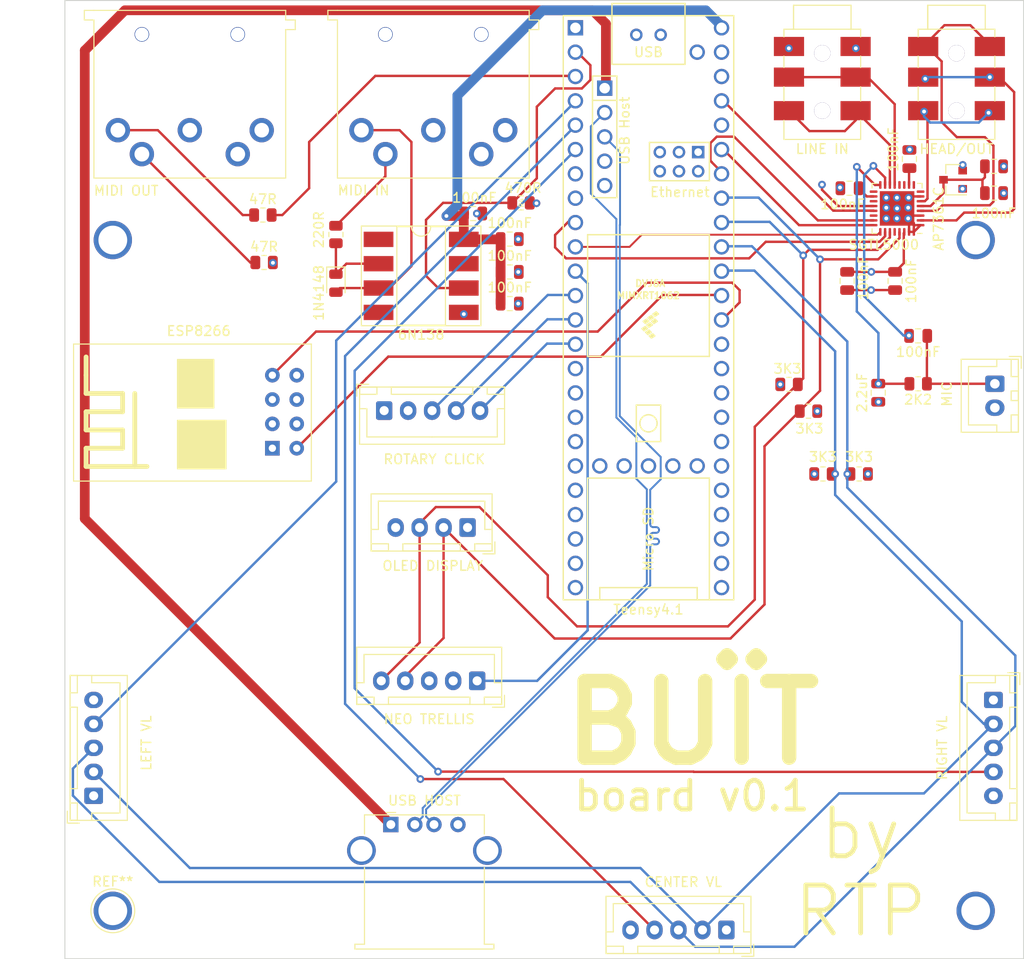
<source format=kicad_pcb>
(kicad_pcb (version 20211014) (generator pcbnew)
  (layers (0 "F.Cu" signal) (1 "In1.Cu" signal) (2 "In2.Cu" signal) (31 "B.Cu" signal) (34 "B.Paste" user) (35 "F.Paste" user) (36 "B.SilkS" user "B.Silkscreen") (37 "F.SilkS" user "F.Silkscreen") (38 "B.Mask" user) (39 "F.Mask" user) (44 "Edge.Cuts" user))
  (net 0 "")
  (net 7 "USB_HOST_N")
  (net 8 "ROT_CLICK_SW")
  (net 9 "ROT_CLICK_DT")
  (net 10 "ROT_CLICK_CLK")
  (net 33 "USB_HOST_P")
  (net 40 "Net-(J2-Pad5)")
  (net 41 "Net-(J2-Pad4)")
  (net 45 "GND")
  (net 46 "VDDA")
  (net 47 "Net-(D1-Pad2)")
  (net 48 "Net-(D1-Pad1)")
  (net 49 "Net-(J1-Pad4)")
  (net 51 "LINE_IN_L")
  (net 52 "LINE_IN_R")
  (net 53 "LINE_OUT_L")
  (net 54 "LINE_OUT_R")
  (net 55 "HP_L")
  (net 56 "HP_GND")
  (net 57 "HP_R")
  (net 58 "+3V3")
  (net 59 "I2C_SDA_3V3")
  (net 60 "I2C_SCL_3V3")
  (net 61 "MIDI_IN")
  (net 66 "I2S_DIN")
  (net 67 "I2S_DOUT")
  (net 68 "I2S_SCLK")
  (net 69 "I2S_LRCLK")
  (net 71 "I2S_MCLK")
  (net 76 "MIDI_OUT")
  (net 77 "USB_HOST_5V")
  (net 78 "SENS_XOUT_LEFT")
  (net 79 "SENS_I2C_SDA")
  (net 80 "SENS_I2C_SCL")
  (net 81 "SENS_XOUT_RIGHT")
  (net 82 "SENS_XOUT_CENTER")
  (net 83 "V_USB")
  (net 88 "ESP8266_UART_RX")
  (net 89 "ESP8266_UART_TX")
  (net 90 "Net-(C8-Pad2)")
  (net 91 "Net-(C9-Pad2)")
  (net 92 "Net-(C10-Pad2)")
  (net 93 "MIC")
  (net 94 "MIC_BIAS")
  (net 95 "TRELLIS_INT_PIN")
  (footprint "teensy:Teensy41" (layer "F.Cu") (at 160.8722 82.0638 -90)
    (fp_text reference "U1" hide)
    (fp_text value "Teensy4.1")
  )
  (footprint "Capacitor_SMD:C_0805_2012Metric" (layer "F.Cu") (at 142.587 72.234)
    (fp_text reference "C1" hide)
    (fp_text value "100nF")
  )
  (footprint "Capacitor_SMD:C_0805_2012Metric" (layer "F.Cu") (at 196.911 70.104)
    (fp_text reference "C2" hide)
    (fp_text value "100nF")
  )
  (footprint "Capacitor_SMD:C_0805_2012Metric" (layer "F.Cu") (at 196.911 67.31)
    (fp_text reference "C3" hide)
    (fp_text value "100nF" hide)
  )
  (footprint "Diode_SMD:D_0805_2012Metric" (layer "F.Cu") (at 128.27 79.502 -90)
    (fp_text reference "D1" hide)
    (fp_text value "1N4148")
  )
  (footprint "MiniJackConnector:MJ4435" (layer "F.Cu") (at 179 53)
    (fp_text reference "J4" hide)
    (fp_text value "LINE IN")
  )
  (footprint "Connector_JST:JST_XH_B4B-XH-A_1x04_P2.50mm_Vertical" (layer "F.Cu") (at 142 105 180)
    (fp_text reference "J11" hide)
    (fp_text value "OLED DISPLAY")
  )
  (footprint "Resistor_SMD:R_0805_2012Metric" (layer "F.Cu") (at 128.27 74.422 90)
    (fp_text reference "R1" hide)
    (fp_text value "220R")
  )
  (footprint "Resistor_SMD:R_0805_2012Metric" (layer "F.Cu") (at 120.65 72.39 180)
    (fp_text reference "R3" hide)
    (fp_text value "47R")
  )
  (footprint "Package_DIP:DIP-8_W8.89mm_SMDSocket_LongPads" (layer "F.Cu") (at 137.16 78.74)
    (fp_text reference "U2" hide)
    (fp_text value "6N138")
  )
  (footprint "Package_DFN_QFN:QFN-32-1EP_5x5mm_P0.5mm_EP3.6x3.6mm" (layer "F.Cu") (at 186.8 71.7 180)
    (fp_text reference "U4" hide)
    (fp_text value "SGTL5000")
  )
  (footprint "Connector_JST:JST_XH_B5B-XH-A_1x05_P2.50mm_Vertical" (layer "F.Cu") (at 103 133 90)
    (fp_text reference "J5" hide)
    (fp_text value "LEFT VL")
  )
  (footprint "Connector_JST:JST_XH_B5B-XH-A_1x05_P2.50mm_Vertical" (layer "F.Cu") (at 169 147 180)
    (fp_text reference "J9" hide)
    (fp_text value "CENTER VL")
  )
  (footprint "Connector_JST:JST_XH_B5B-XH-A_1x05_P2.50mm_Vertical" (layer "F.Cu") (at 143 121 180)
    (fp_text reference "J12" hide)
    (fp_text value "NEO TRELLIS")
  )
  (footprint "esp32s2:DJ005" (layer "F.Cu") (at 113.03 51.035)
    (fp_text reference "J2" hide)
    (fp_text value "MIDI OUT")
  )
  (footprint "Connector_USB:USB_A_Stewart_SS-52100-001_Horizontal" (layer "F.Cu") (at 134 136)
    (fp_text reference "J3" hide)
    (fp_text value "USB HOST")
  )
  (footprint "Package_TO_SOT_SMD:SOT-23" (layer "F.Cu") (at 192.643 68.707 180)
    (fp_text reference "U3" hide)
    (fp_text value "AP7361C")
  )
  (footprint "Capacitor_SMD:C_0805_2012Metric" (layer "F.Cu") (at 186.5956 79.2702 90)
    (fp_text reference "C4" hide)
    (fp_text value "100nF")
  )
  (footprint "Capacitor_SMD:C_0805_2012Metric" (layer "F.Cu") (at 181.5956 79.2702 90)
    (fp_text reference "C7" hide)
    (fp_text value "100nF")
  )
  (footprint "Capacitor_SMD:C_0805_2012Metric" (layer "F.Cu") (at 188.087 66.548 -90)
    (fp_text reference "C8" hide)
    (fp_text value "100nF")
  )
  (footprint "Capacitor_SMD:C_0805_2012Metric" (layer "F.Cu") (at 181.8386 69.596)
    (fp_text reference "C9" hide)
    (fp_text value "100nF")
  )
  (footprint "Capacitor_SMD:C_0805_2012Metric" (layer "F.Cu") (at 184.8358 90.932 -90)
    (fp_text reference "C11" hide)
    (fp_text value "2.2uF")
  )
  (footprint "Connector_JST:JST_XH_B2B-XH-A_1x02_P2.50mm_Vertical" (layer "F.Cu") (at 197 90 -90)
    (fp_text reference "J8" hide)
    (fp_text value "MIC")
  )
  (footprint "Resistor_SMD:R_0805_2012Metric" (layer "F.Cu") (at 189 90)
    (fp_text reference "R14" hide)
    (fp_text value "2K2")
  )
  (footprint "esp32s2:DJ005" (layer "F.Cu") (at 138.43 51.035)
    (fp_text reference "J1" hide)
    (fp_text value "MIDI IN")
  )
  (footprint "Connector_JST:JST_XH_B5B-XH-A_1x05_P2.50mm_Vertical" (layer "F.Cu") (at 196.85 123 -90)
    (fp_text reference "J7" hide)
    (fp_text value "RIGHT VL")
  )
  (footprint "Resistor_SMD:R_0805_2012Metric" (layer "F.Cu") (at 147.574 71.12 180)
    (fp_text reference "R4" hide)
    (fp_text value "470R")
  )
  (footprint "ESP32-Footprints:ESP82SerialTransceiver" (layer "F.Cu") (at 125.705 100.155 90)
    (fp_text reference "U6" hide)
    (fp_text value "ESP8266")
  )
  (footprint "MiniJackConnector:MJ4435" (layer "F.Cu") (at 193 53)
    (fp_text reference "J6" hide)
    (fp_text value "HEAD/OUT")
  )
  (footprint "Capacitor_SMD:C_0805_2012Metric" (layer "F.Cu") (at 189 85)
    (fp_text reference "C10" hide)
    (fp_text value "100nF")
  )
  (footprint "Resistor_SMD:R_0805_2012Metric" (layer "F.Cu") (at 120.777 77.343 180)
    (fp_text reference "R2" hide)
    (fp_text value "47R")
  )
  (footprint "Capacitor_SMD:C_0805_2012Metric" (layer "F.Cu") (at 146.397 74.901 180)
    (fp_text reference "C6" hide)
    (fp_text value "100nF")
  )
  (footprint "Resistor_SMD:R_0805_2012Metric" (layer "F.Cu") (at 175.5327 90.0648)
    (fp_text reference "R6" hide)
    (fp_text value "3K3")
  )
  (footprint "Capacitor_SMD:C_0805_2012Metric" (layer "F.Cu") (at 146.397 78.33 180)
    (fp_text reference "C12" hide)
    (fp_text value "100nF")
  )
  (footprint "" (layer "F.Cu") (at 105 75)
    (fp_text reference "")
    (fp_text value "")
  )
  (footprint "" (layer "F.Cu") (at 195 145)
    (fp_text reference "")
    (fp_text value "")
  )
  (footprint "Resistor_SMD:R_0805_2012Metric" (layer "F.Cu") (at 182.846 99.412 180)
    (fp_text reference "R8" hide)
    (fp_text value "3K3")
  )
  (footprint "Capacitor_SMD:C_0805_2012Metric" (layer "F.Cu") (at 146.397 81.632 180)
    (fp_text reference "C5" hide)
    (fp_text value "100nF")
  )
  (footprint "Resistor_SMD:R_0805_2012Metric" (layer "F.Cu") (at 179.07 99.412)
    (fp_text reference "R7" hide)
    (fp_text value "3K3")
  )
  (footprint "" (layer "F.Cu") (at 195 75)
    (fp_text reference "")
    (fp_text value "")
  )
  (footprint "TestPoint:TestPoint_Plated_Hole_D3.0mm" (layer "F.Cu") (at 105 145)
    (fp_text reference "REF**")
    (fp_text value "TestPoint_Plated_Hole_D3.0mm")
  )
  (footprint "Connector_JST:JST_XH_B5B-XH-A_1x05_P2.50mm_Vertical" (layer "F.Cu") (at 133.3 92.8)
    (fp_text reference "J10" hide)
    (fp_text value "ROTARY CLICK")
  )
  (footprint "Resistor_SMD:R_0805_2012Metric" (layer "F.Cu") (at 177.5609 92.8588 180)
    (fp_text reference "R5" hide)
    (fp_text value "3K3")
  )
  (gr_line (start 100 50) (end 200 50) (layer "Edge.Cuts") (width 0.1))
  (gr_line (start 100 150) (end 100 50) (layer "Edge.Cuts") (width 0.1))
  (gr_line (start 200 150) (end 100 150) (layer "Edge.Cuts") (width 0.1))
  (gr_line (start 200 50) (end 200 150) (layer "Edge.Cuts") (width 0.1))
  (gr_text "BUÏT" (at 165.447 125.3962) (layer "F.SilkS") (effects (font (size 8 8) (thickness 1.5))))
  (gr_text "board v0.1" (at 165.3962 133.0162) (layer "F.SilkS") (effects (font (size 3 3) (thickness 0.5))))
  (gr_text "by\nRTP" (at 183 141) (layer "F.SilkS") (effects (font (size 5 5) (thickness 0.5))))
  (segment (start 154.8552 70.1512) (end 157.523 72.819) (width 0.2) (layer "B.Cu") (net 7))
  (segment (start 156.303 61.693) (end 154.8552 63.1408) (width 0.2) (layer "B.Cu") (net 7))
  (segment (start 137.323 134.270684) (end 137.323 135.177) (width 0.2) (layer "B.Cu") (net 7))
  (segment (start 154.8552 63.1408) (end 154.8552 70.1512) (width 0.2) (layer "B.Cu") (net 7))
  (segment (start 160.698 101.013) (end 160.698 110.895684) (width 0.2) (layer "B.Cu") (net 7))
  (segment (start 159.605 99.92) (end 160.698 101.013) (width 0.2) (layer "B.Cu") (net 7))
  (segment (start 160.698 110.895684) (end 137.323 134.270684) (width 0.2) (layer "B.Cu") (net 7))
  (segment (start 157.523 72.819) (end 157.523 93.52) (width 0.2) (layer "B.Cu") (net 7))
  (segment (start 157.523 93.52) (end 159.605 95.602) (width 0.2) (layer "B.Cu") (net 7))
  (segment (start 159.605 95.602) (end 159.605 99.92) (width 0.2) (layer "B.Cu") (net 7))
  (segment (start 137.323 135.177) (end 136.5 136) (width 0.2) (layer "B.Cu") (net 7))
  (segment (start 150.37 80.73) (end 138.3 92.8) (width 0.25) (layer "B.Cu") (net 8))
  (segment (start 153.38 80.73) (end 150.37 80.73) (width 0.25) (layer "B.Cu") (net 8))
  (segment (start 150.33 83.27) (end 140.8 92.8) (width 0.25) (layer "B.Cu") (net 9))
  (segment (start 153.38 83.27) (end 150.33 83.27) (width 0.25) (layer "B.Cu") (net 9))
  (segment (start 153.38 85.81) (end 150.29 85.81) (width 0.25) (layer "B.Cu") (net 10))
  (segment (start 150.29 85.81) (end 143.3 92.8) (width 0.25) (layer "B.Cu") (net 10))
  (segment (start 137.677 134.417316) (end 161.052 111.042316) (width 0.2) (layer "B.Cu") (net 33))
  (segment (start 162.145 97.634) (end 161.058726 96.547726) (width 0.2) (layer "B.Cu") (net 33))
  (segment (start 157.904 65.834) (end 156.303 64.233) (width 0.2) (layer "B.Cu") (net 33))
  (segment (start 137.677 135.177) (end 137.677 134.417316) (width 0.2) (layer "B.Cu") (net 33))
  (segment (start 161.052 104.6082) (end 161.052 101.063) (width 0.2) (layer "B.Cu") (net 33))
  (segment (start 162.145 99.97) (end 162.145 97.634) (width 0.2) (layer "B.Cu") (net 33))
  (segment (start 161.058726 96.547726) (end 161.055042 96.547726) (width 0.2) (layer "B.Cu") (net 33))
  (segment (start 157.904 73.427) (end 157.904 65.834) (width 0.2) (layer "B.Cu") (net 33))
  (segment (start 161.052 111.042316) (end 161.052 107.0582) (width 0.2) (layer "B.Cu") (net 33))
  (segment (start 138.5 136) (end 137.677 135.177) (width 0.2) (layer "B.Cu") (net 33))
  (segment (start 161.052 104.6582) (end 161.052 104.6082) (width 0.2) (layer "B.Cu") (net 33))
  (segment (start 161.352 106.7582) (end 161.671262 106.7582) (width 0.2) (layer "B.Cu") (net 33))
  (segment (start 161.055042 96.547726) (end 157.877 93.369684) (width 0.2) (layer "B.Cu") (net 33))
  (segment (start 161.352 105.5582) (end 161.671262 105.5582) (width 0.2) (layer "B.Cu") (net 33))
  (segment (start 161.671262 106.1582) (end 161.352 106.1582) (width 0.2) (layer "B.Cu") (net 33))
  (segment (start 157.877 93.369684) (end 157.877 73.427) (width 0.2) (layer "B.Cu") (net 33))
  (segment (start 161.671262 104.9582) (end 161.352 104.9582) (width 0.2) (layer "B.Cu") (net 33))
  (segment (start 157.877 73.427) (end 157.904 73.427) (width 0.2) (layer "B.Cu") (net 33))
  (segment (start 161.052 101.063) (end 162.145 99.97) (width 0.2) (layer "B.Cu") (net 33))
  (arc (start 161.052 107.0582) (mid 161.139868 106.846068) (end 161.352 106.7582) (width 0.2) (layer "B.Cu") (net 33))
  (arc (start 161.671262 105.5582) (mid 161.883394 105.470332) (end 161.971262 105.2582) (width 0.2) (layer "B.Cu") (net 33))
  (arc (start 161.352 106.1582) (mid 161.139868 106.070332) (end 161.052 105.8582) (width 0.2) (layer "B.Cu") (net 33))
  (arc (start 161.971262 106.4582) (mid 161.883394 106.246068) (end 161.671262 106.1582) (width 0.2) (layer "B.Cu") (net 33))
  (arc (start 161.052 105.8582) (mid 161.139868 105.646068) (end 161.352 105.5582) (width 0.2) (layer "B.Cu") (net 33))
  (arc (start 161.971262 105.2582) (mid 161.883394 105.046068) (end 161.671262 104.9582) (width 0.2) (layer "B.Cu") (net 33))
  (arc (start 161.352 104.9582) (mid 161.139868 104.870332) (end 161.052 104.6582) (width 0.2) (layer "B.Cu") (net 33))
  (arc (start 161.671262 106.7582) (mid 161.883394 106.670332) (end 161.971262 106.4582) (width 0.2) (layer "B.Cu") (net 33))
  (segment (start 105.53 63.535) (end 109.693 63.535) (width 0.25) (layer "F.Cu") (net 40))
  (segment (start 118.548 72.39) (end 119.7375 72.39) (width 0.25) (layer "F.Cu") (net 40))
  (segment (start 109.693 63.535) (end 118.548 72.39) (width 0.25) (layer "F.Cu") (net 40))
  (segment (start 119.338 77.343) (end 119.8645 77.343) (width 0.25) (layer "F.Cu") (net 41))
  (segment (start 108.03 66.035) (end 119.338 77.343) (width 0.25) (layer "F.Cu") (net 41))
  (segment (start 184.0922 80.2202) (end 181.5956 80.2202) (width 0.25) (layer "F.Cu") (net 45))
  (segment (start 187.55 72.45) (end 186.8 71.7) (width 0.25) (layer "F.Cu") (net 45))
  (segment (start 188.881 73.819) (end 189.25 73.45) (width 0.25) (layer "F.Cu") (net 45))
  (segment (start 188.55 74.15) (end 188.55 73.234) (width 0.25) (layer "F.Cu") (net 45))
  (segment (start 188.55 73.45) (end 186.8 71.7) (width 0.25) (layer "F.Cu") (net 45))
  (segment (start 188.122 70.45) (end 187.96 70.612) (width 0.25) (layer "F.Cu") (net 45))
  (segment (start 188.05 74.15) (end 188.05 72.734) (width 0.25) (layer "F.Cu") (net 45))
  (segment (start 188.05 72.734) (end 187.96 72.644) (width 0.25) (layer "F.Cu") (net 45))
  (segment (start 189.25 70.45) (end 188.122 70.45) (width 0.25) (layer "F.Cu") (net 45))
  (segment (start 189.25 73.45) (end 188.55 73.45) (width 0.25) (layer "F.Cu") (net 45))
  (segment (start 186.5956 80.2202) (end 184.0922 80.2202) (width 0.25) (layer "F.Cu") (net 45))
  (segment (start 188.55 73.234) (end 187.96 72.644) (width 0.25) (layer "F.Cu") (net 45))
  (segment (start 188.55 74.15) (end 188.881 73.819) (width 0.25) (layer "F.Cu") (net 45))
  (segment (start 188.05 74.15) (end 188.55 74.15) (width 0.25) (layer "F.Cu") (net 45))
  (segment (start 189.25 72.45) (end 187.55 72.45) (width 0.25) (layer "F.Cu") (net 45))
  (via (at 147.286 74.901) (size 0.8) (drill 0.4) (layers "F.Cu" "B.Cu") (net 45))
  (via (at 182.499 54.991) (size 0.8) (drill 0.4) (layers "F.Cu" "B.Cu") (net 45))
  (via (at 193.65 67.16) (size 0.8) (drill 0.4) (layers "F.Cu" "B.Cu") (net 45))
  (via (at 185.674 71.628) (size 0.8) (drill 0.4) (layers "F.Cu" "B.Cu") (net 45))
  (via (at 185.674 70.583) (size 0.8) (drill 0.4) (layers "F.Cu" "B.Cu") (net 45))
  (via (at 186.783 70.583) (size 0.8) (drill 0.4) (layers "F.Cu" "B.Cu") (net 45))
  (via (at 180.848 69.5198) (size 0.8) (drill 0.4) (layers "F.Cu" "B.Cu") (net 45))
  (via (at 147.286 78.33) (size 0.8) (drill 0.4) (layers "F.Cu" "B.Cu") (net 45))
  (via (at 187.96 71.628) (size 0.8) (drill 0.4) (layers "F.Cu" "B.Cu") (net 45))
  (via (at 141.61 82.73) (size 0.8) (drill 0.4) (layers "F.Cu" "B.Cu") (net 45))
  (via (at 147.286 81.632) (size 0.8) (drill 0.4) (layers "F.Cu" "B.Cu") (net 45))
  (via (at 184.0922 80.2202) (size 0.8) (drill 0.4) (layers "F.Cu" "B.Cu") (net 45))
  (via (at 184.8612 91.8972) (size 0.8) (drill 0.4) (layers "F.Cu" "B.Cu") (net 45))
  (via (at 197.927 67.31) (size 0.8) (drill 0.4) (layers "F.Cu" "B.Cu") (net 45))
  (via (at 188 70.583) (size 0.8) (drill 0.4) (layers "F.Cu" "B.Cu") (net 45))
  (via (at 142.968 72.234) (size 0.8) (drill 0.4) (layers "F.Cu" "B.Cu") (net 45))
  (via (at 185.674 72.742) (size 0.8) (drill 0.4) (layers "F.Cu" "B.Cu") (net 45))
  (via (at 186.783 72.742) (size 0.8) (drill 0.4) (layers "F.Cu" "B.Cu") (net 45))
  (via (at 197.927 70.104) (size 0.8) (drill 0.4) (layers "F.Cu" "B.Cu") (net 45))
  (via (at 187.96 72.742) (size 0.8) (drill 0.4) (layers "F.Cu" "B.Cu") (net 45))
  (via (at 186.8 71.7) (size 0.8) (drill 0.4) (layers "F.Cu" "B.Cu") (net 45))
  (via (at 175.514 54.991) (size 0.8) (drill 0.4) (layers "F.Cu" "B.Cu") (net 45))
  (via (at 188.1124 65.5574) (size 0.8) (drill 0.4) (layers "F.Cu" "B.Cu") (net 45))
  (segment (start 191.643 68.707) (end 195.707 68.707) (width 0.25) (layer "F.Cu") (net 46))
  (segment (start 191.643 70.104) (end 191.643 68.707) (width 0.25) (layer "F.Cu") (net 46))
  (segment (start 195.707 68.707) (end 195.707 69.85) (width 0.25) (layer "F.Cu") (net 46))
  (segment (start 190.297 71.45) (end 191.643 70.104) (width 0.25) (layer "F.Cu") (net 46))
  (segment (start 195.707 68.707) (end 195.961 68.453) (width 0.25) (layer "F.Cu") (net 46))
  (segment (start 195.961 68.453) (end 195.961 67.31) (width 0.25) (layer "F.Cu") (net 46))
  (segment (start 189.25 71.45) (end 190.297 71.45) (width 0.25) (layer "F.Cu") (net 46))
  (segment (start 195.707 69.85) (end 195.961 70.104) (width 0.25) (layer "F.Cu") (net 46))
  (segment (start 133.858 80.01) (end 136.144 77.724) (width 0.25) (layer "F.Cu") (net 47))
  (segment (start 136.144 77.724) (end 136.144 64.77) (width 0.25) (layer "F.Cu") (net 47))
  (segment (start 134.909 63.535) (end 130.93 63.535) (width 0.25) (layer "F.Cu") (net 47))
  (segment (start 132.715 80.01) (end 128.6995 80.01) (width 0.25) (layer "F.Cu") (net 47))
  (segment (start 128.6995 80.01) (end 128.27 80.4395) (width 0.25) (layer "F.Cu") (net 47))
  (segment (start 136.144 64.77) (end 134.909 63.535) (width 0.25) (layer "F.Cu") (net 47))
  (segment (start 132.715 80.01) (end 133.858 80.01) (width 0.25) (layer "F.Cu") (net 47))
  (segment (start 132.715 77.47) (end 129.3645 77.47) (width 0.25) (layer "F.Cu") (net 48))
  (segment (start 128.27 75.3345) (end 128.27 78.5645) (width 0.25) (layer "F.Cu") (net 48))
  (segment (start 129.3645 77.47) (end 128.27 78.5645) (width 0.25) (layer "F.Cu") (net 48))
  (segment (start 133.43 66.035) (end 133.43 68.3495) (width 0.25) (layer "F.Cu") (net 49))
  (segment (start 133.43 68.3495) (end 128.27 73.5095) (width 0.25) (layer "F.Cu") (net 49))
  (segment (start 181.356 63.627) (end 177.652 63.627) (width 0.25) (layer "F.Cu") (net 51))
  (segment (start 182.475 61.5) (end 182.475 62.508) (width 0.25) (layer "F.Cu") (net 51))
  (segment (start 177.652 63.627) (end 175.525 61.5) (width 0.25) (layer "F.Cu") (net 51))
  (segment (start 186.05 69.25) (end 186.05 65.075) (width 0.25) (layer "F.Cu") (net 51))
  (segment (start 182.475 62.508) (end 181.356 63.627) (width 0.25) (layer "F.Cu") (net 51))
  (segment (start 186.05 65.075) (end 182.475 61.5) (width 0.25) (layer "F.Cu") (net 51))
  (segment (start 182.475 58) (end 183.73 58) (width 0.25) (layer "F.Cu") (net 52))
  (segment (start 183.73 58) (end 186.55 60.82) (width 0.25) (layer "F.Cu") (net 52))
  (segment (start 175.525 58) (end 182.475 58) (width 0.25) (layer "F.Cu") (net 52))
  (segment (start 186.55 60.82) (end 186.55 69.25) (width 0.25) (layer "F.Cu") (net 52))
  (segment (start 189.6155 61.5905) (end 189.525 61.5) (width 0.25) (layer "F.Cu") (net 55))
  (segment (start 189.97501 70.673012) (end 189.97501 61.95001) (width 0.25) (layer "F.Cu") (net 55))
  (segment (start 189.698022 70.95) (end 189.97501 70.673012) (width 0.25) (layer "F.Cu") (net 55))
  (segment (start 189.97501 61.95001) (end 189.6155 61.5905) (width 0.25) (layer "F.Cu") (net 55))
  (segment (start 189.25 70.95) (end 189.698022 70.95) (width 0.25) (layer "F.Cu") (net 55))
  (via (at 196.342 61.722) (size 0.8) (drill 0.4) (layers "F.Cu" "B.Cu") (net 55))
  (via (at 189.6155 61.5905) (size 0.8) (drill 0.4) (layers "F.Cu" "B.Cu") (net 55))
  (segment (start 195.326 62.738) (end 190.246 62.738) (width 0.25) (layer "B.Cu") (net 55))
  (segment (start 196.342 61.722) (end 195.326 62.738) (width 0.25) (layer "B.Cu") (net 55))
  (segment (start 189.6155 62.1075) (end 189.6155 61.5905) (width 0.25) (layer "B.Cu") (net 55))
  (segment (start 190.246 62.738) (end 189.6155 62.1075) (width 0.25) (layer "B.Cu") (net 55))
  (segment (start 196.475 54.8) (end 196.475 54.616) (width 0.25) (layer "F.Cu") (net 56))
  (segment (start 191.45 62.68) (end 193.032 64.262) (width 0.25) (layer "F.Cu") (net 56))
  (segment (start 191.516 71.374) (end 190.94 71.95) (width 0.25) (layer "F.Cu") (net 56))
  (segment (start 196.85 65.151) (end 196.85 70.993) (width 0.25) (layer "F.Cu") (net 56))
  (segment (start 196.469 71.374) (end 191.516 71.374) (width 0.25) (layer "F.Cu") (net 56))
  (segment (start 190.94 71.95) (end 189.25 71.95) (width 0.25) (layer "F.Cu") (net 56))
  (segment (start 191.747 52.578) (end 189.525 54.8) (width 0.25) (layer "F.Cu") (net 56))
  (segment (start 196.85 70.993) (end 196.469 71.374) (width 0.25) (layer "F.Cu") (net 56))
  (segment (start 191.45 56.3585) (end 191.45 62.68) (width 0.25) (layer "F.Cu") (net 56))
  (segment (start 193.032 64.262) (end 195.961 64.262) (width 0.25) (layer "F.Cu") (net 56))
  (segment (start 195.961 64.262) (end 196.85 65.151) (width 0.25) (layer "F.Cu") (net 56))
  (segment (start 194.437 52.578) (end 191.747 52.578) (width 0.25) (layer "F.Cu") (net 56))
  (segment (start 189.525 54.8) (end 189.8915 54.8) (width 0.25) (layer "F.Cu") (net 56))
  (segment (start 189.525 54.8) (end 190.182 54.8) (width 0.25) (layer "F.Cu") (net 56))
  (segment (start 196.475 54.616) (end 194.437 52.578) (width 0.25) (layer "F.Cu") (net 56))
  (segment (start 189.8915 54.8) (end 191.45 56.3585) (width 0.25) (layer "F.Cu") (net 56))
  (segment (start 197.446 58) (end 196.475 58) (width 0.25) (layer "F.Cu") (net 57))
  (segment (start 189.25 72.95) (end 192.988 72.95) (width 0.25) (layer "F.Cu") (net 57))
  (segment (start 199.009 59.563) (end 197.446 58) (width 0.25) (layer "F.Cu") (net 57))
  (segment (start 199.009 71.755) (end 199.009 59.563) (width 0.25) (layer "F.Cu") (net 57))
  (segment (start 198.628 72.136) (end 199.009 71.755) (width 0.25) (layer "F.Cu") (net 57))
  (segment (start 192.988 72.95) (end 193.802 72.136) (width 0.25) (layer "F.Cu") (net 57))
  (segment (start 193.802 72.136) (end 198.628 72.136) (width 0.25) (layer "F.Cu") (net 57))
  (via (at 196.475 58) (size 0.8) (drill 0.4) (layers "F.Cu" "B.Cu") (net 57))
  (via (at 189.738 58.166) (size 0.8) (drill 0.4) (layers "F.Cu" "B.Cu") (net 57))
  (segment (start 189.904 58) (end 189.738 58.166) (width 0.25) (layer "B.Cu") (net 57))
  (segment (start 196.475 58) (end 189.904 58) (width 0.25) (layer "B.Cu") (net 57))
  (segment (start 184.1126 78.3202) (end 186.5956 78.3202) (width 0.25) (layer "F.Cu") (net 58))
  (segment (start 187.55 74.2478) (end 187.50001 74.29779) (width 0.25) (layer "F.Cu") (net 58))
  (segment (start 181.5956 78.3202) (end 184.1126 78.3202) (width 0.25) (layer "F.Cu") (net 58))
  (segment (start 121.6895 77.3645) (end 121.7 77.375) (width 0.25) (layer "F.Cu") (net 58))
  (segment (start 187.55 74.15) (end 187.55 74.2478) (width 0.25) (layer "F.Cu") (net 58))
  (segment (start 178.96941 69.75441) (end 178.96941 69.215) (width 0.25) (layer "F.Cu") (net 58))
  (segment (start 180.665 71.45) (end 178.96941 69.75441) (width 0.25) (layer "F.Cu") (net 58))
  (segment (start 187.50001 77.41579) (end 186.5956 78.3202) (width 0.25) (layer "F.Cu") (net 58))
  (segment (start 187.50001 74.29779) (end 187.50001 77.41579) (width 0.25) (layer "F.Cu") (net 58))
  (segment (start 121.6895 77.343) (end 121.6895 77.3645) (width 0.25) (layer "F.Cu") (net 58))
  (segment (start 184.35 71.45) (end 180.665 71.45) (width 0.25) (layer "F.Cu") (net 58))
  (via (at 178.1724 99.412) (size 0.8) (drill 0.4) (layers "F.Cu" "B.Cu") (net 58))
  (via (at 149.19 71.16) (size 0.8) (drill 0.4) (layers "F.Cu" "B.Cu") (net 58))
  (via (at 178.96941 69.215) (size 0.8) (drill 0.4) (layers "F.Cu" "B.Cu") (net 58))
  (via (at 121.7 77.375) (size 0.8) (drill 0.4) (layers "F.Cu" "B.Cu") (net 58))
  (via (at 184.1126 78.3202) (size 0.8) (drill 0.4) (layers "F.Cu" "B.Cu") (net 58))
  (via (at 183.7604 99.412) (size 0.8) (drill 0.4) (layers "F.Cu" "B.Cu") (net 58))
  (via (at 178.4772 92.8588) (size 0.8) (drill 0.4) (layers "F.Cu" "B.Cu") (net 58))
  (via (at 174.6164 90.0648) (size 0.8) (drill 0.4) (layers "F.Cu" "B.Cu") (net 58))
  (via (at 193.63 69.65) (size 0.8) (drill 0.4) (layers "F.Cu" "B.Cu") (net 58))
  (segment (start 137 104.554) (end 138.684 102.87) (width 0.25) (layer "F.Cu") (net 59))
  (segment (start 137 105) (end 137 117) (width 0.25) (layer "F.Cu") (net 59))
  (segment (start 184.762232 76.0222) (end 177.5968 76.0222) (width 0.25) (layer "F.Cu") (net 59))
  (segment (start 176.4386 90.0074) (end 177.0126 89.4334) (width 0.25) (layer "F.Cu") (net 59))
  (segment (start 150.368 109.982) (end 150.368 112.268) (width 0.25) (layer "F.Cu") (net 59))
  (segment (start 169.164 115.316) (end 171.958 112.522) (width 0.25) (layer "F.Cu") (net 59))
  (segment (start 171.958 94.488) (end 176.4386 90.0074) (width 0.25) (layer "F.Cu") (net 59))
  (segment (start 186.05 74.15) (end 186.05 74.734432) (width 0.25) (layer "F.Cu") (net 59))
  (segment (start 150.368 112.268) (end 153.416 115.316) (width 0.25) (layer "F.Cu") (net 59))
  (segment (start 143.256 102.87) (end 150.368 109.982) (width 0.25) (layer "F.Cu") (net 59))
  (segment (start 138.684 102.87) (end 143.256 102.87) (width 0.25) (layer "F.Cu") (net 59))
  (segment (start 171.958 112.522) (end 171.958 94.488) (width 0.25) (layer "F.Cu") (net 59))
  (segment (start 137 117) (end 133 121) (width 0.25) (layer "F.Cu") (net 59))
  (segment (start 137 105) (end 137 104.554) (width 0.25) (layer "F.Cu") (net 59))
  (segment (start 186.05 74.734432) (end 184.762232 76.0222) (width 0.25) (layer "F.Cu") (net 59))
  (segment (start 177.5968 76.0222) (end 177.0126 76.6064) (width 0.25) (layer "F.Cu") (net 59))
  (segment (start 153.416 115.316) (end 169.164 115.316) (width 0.25) (layer "F.Cu") (net 59))
  (segment (start 177.0126 89.4334) (end 177.0126 76.6064) (width 0.25) (layer "F.Cu") (net 59))
  (via (at 177.0126 76.6064) (size 0.8) (drill 0.4) (layers "F.Cu" "B.Cu") (net 59))
  (segment (start 177.0126 76.6064) (end 173.5074 73.1012) (width 0.25) (layer "B.Cu") (net 59))
  (segment (start 173.5074 73.1012) (end 168.6288 73.1012) (width 0.25) (layer "B.Cu") (net 59))
  (segment (start 168.6288 73.1012) (end 168.62 73.11) (width 0.25) (layer "B.Cu") (net 59))
  (segment (start 176.6418 92.8522) (end 172.974 96.52) (width 0.25) (layer "F.Cu") (net 60))
  (segment (start 172.974 96.52) (end 172.974 113.03) (width 0.25) (layer "F.Cu") (net 60))
  (segment (start 178.7652 77.0128) (end 178.7652 90.7288) (width 0.25) (layer "F.Cu") (net 60))
  (segment (start 178.7652 90.7288) (end 176.6418 92.8522) (width 0.25) (layer "F.Cu") (net 60))
  (segment (start 135.5 120.532) (end 139.5 116.532) (width 0.25) (layer "F.Cu") (net 60))
  (segment (start 169.418 116.586) (end 151.086 116.586) (width 0.25) (layer "F.Cu") (net 60))
  (segment (start 178.7652 77.0128) (end 184.8358 77.0128) (width 0.25) (layer "F.Cu") (net 60))
  (segment (start 172.974 113.03) (end 169.418 116.586) (width 0.25) (layer "F.Cu") (net 60))
  (segment (start 184.8358 77.0128) (end 187.05 74.7986) (width 0.25) (layer "F.Cu") (net 60))
  (segment (start 139.5 116.532) (end 139.5 105) (width 0.25) (layer "F.Cu") (net 60))
  (segment (start 151.086 116.586) (end 139.5 105) (width 0.25) (layer "F.Cu") (net 60))
  (segment (start 187.05 74.7986) (end 187.05 74.15) (width 0.25) (layer "F.Cu") (net 60))
  (segment (start 135.5 121) (end 135.5 120.532) (width 0.25) (layer "F.Cu") (net 60))
  (via (at 178.7652 77.0128) (size 0.8) (drill 0.4) (layers "F.Cu" "B.Cu") (net 60))
  (segment (start 172.3478 70.57) (end 177.3936 75.6158) (width 0.25) (layer "B.Cu") (net 60))
  (segment (start 177.3936 75.6158) (end 177.3936 75.6412) (width 0.25) (layer "B.Cu") (net 60))
  (segment (start 168.62 70.57) (end 172.3478 70.57) (width 0.25) (layer "B.Cu") (net 60))
  (segment (start 177.3936 75.6412) (end 178.7652 77.0128) (width 0.25) (layer "B.Cu") (net 60))
  (segment (start 154.813 56.763) (end 153.38 55.33) (width 0.25) (layer "F.Cu") (net 61))
  (segment (start 151.13 59.182) (end 153.924 59.182) (width 0.25) (layer "F.Cu") (net 61))
  (segment (start 154.813 58.293) (end 154.813 56.763) (width 0.25) (layer "F.Cu") (net 61))
  (segment (start 139.446 71.12) (end 146.6615 71.12) (width 0.25) (layer "F.Cu") (net 61))
  (segment (start 137.668 78.74) (end 137.668 72.898) (width 0.25) (layer "F.Cu") (net 61))
  (segment (start 146.6615 71.12) (end 149.225 68.5565) (width 0.25) (layer "F.Cu") (net 61))
  (segment (start 138.938 80.01) (end 137.668 78.74) (width 0.25) (layer "F.Cu") (net 61))
  (segment (start 153.924 59.182) (end 154.813 58.293) (width 0.25) (layer "F.Cu") (net 61))
  (segment (start 149.225 68.5565) (end 149.225 61.087) (width 0.25) (layer "F.Cu") (net 61))
  (segment (start 149.225 61.087) (end 151.13 59.182) (width 0.25) (layer "F.Cu") (net 61))
  (segment (start 137.668 72.898) (end 139.446 71.12) (width 0.25) (layer "F.Cu") (net 61))
  (segment (start 141.605 80.01) (end 138.938 80.01) (width 0.25) (layer "F.Cu") (net 61))
  (segment (start 152.4928 73.11) (end 151.13 74.4728) (width 0.25) (layer "F.Cu") (net 66))
  (segment (start 184.964022 75.184) (end 185.55 74.598022) (width 0.25) (layer "F.Cu") (net 66))
  (segment (start 185.55 74.598022) (end 185.55 74.15) (width 0.25) (layer "F.Cu") (net 66))
  (segment (start 152.2644 76.9076) (end 171.3774 76.9076) (width 0.25) (layer "F.Cu") (net 66))
  (segment (start 152.136801 76.775001) (end 152.136801 76.780001) (width 0.25) (layer "F.Cu") (net 66))
  (segment (start 151.13 74.4728) (end 151.13 75.7682) (width 0.25) (layer "F.Cu") (net 66))
  (segment (start 171.3774 76.9076) (end 173.101 75.184) (width 0.25) (layer "F.Cu") (net 66))
  (segment (start 153.38 73.11) (end 152.4928 73.11) (width 0.25) (layer "F.Cu") (net 66))
  (segment (start 151.13 75.7682) (end 152.136801 76.775001) (width 0.25) (layer "F.Cu") (net 66))
  (segment (start 152.136801 76.780001) (end 152.2644 76.9076) (width 0.25) (layer "F.Cu") (net 66))
  (segment (start 173.101 75.184) (end 184.964022 75.184) (width 0.25) (layer "F.Cu") (net 66))
  (segment (start 158.8938 75.7138) (end 153.2522 75.7138) (width 0.2) (layer "F.Cu") (net 67))
  (segment (start 185.05 74.15) (end 184.7562 74.4438) (width 0.2) (layer "F.Cu") (net 67))
  (segment (start 160.1638 74.4438) (end 158.8938 75.7138) (width 0.2) (layer "F.Cu") (net 67))
  (segment (start 184.7562 74.4438) (end 160.1638 74.4438) (width 0.2) (layer "F.Cu") (net 67))
  (segment (start 168.62 65.49) (end 176.58 73.45) (width 0.25) (layer "F.Cu") (net 68))
  (segment (start 176.58 73.45) (end 184.35 73.45) (width 0.25) (layer "F.Cu") (net 68))
  (segment (start 167.9956 64.2112) (end 169.799 64.2112) (width 0.25) (layer "F.Cu") (net 69))
  (segment (start 168.62 68.03) (end 167.4682 66.8782) (width 0.25) (layer "F.Cu") (net 69))
  (segment (start 167.3352 66.7258) (end 167.3352 64.8716) (width 0.25) (layer "F.Cu") (net 69))
  (segment (start 167.3352 64.8716) (end 167.9956 64.2112) (width 0.25) (layer "F.Cu") (net 69))
  (segment (start 167.4682 66.8588) (end 167.3352 66.7258) (width 0.25) (layer "F.Cu") (net 69))
  (segment (start 167.4682 66.8782) (end 167.4682 66.8588) (width 0.25) (layer "F.Cu") (net 69))
  (segment (start 169.799 64.2112) (end 178.5378 72.95) (width 0.25) (layer "F.Cu") (net 69))
  (segment (start 178.5378 72.95) (end 184.35 72.95) (width 0.25) (layer "F.Cu") (net 69))
  (segment (start 184.3328 71.9328) (end 184.35 71.95) (width 0.25) (layer "F.Cu") (net 71))
  (segment (start 180.1428 71.9328) (end 184.3328 71.9328) (width 0.25) (layer "F.Cu") (net 71))
  (segment (start 168.62 60.41) (end 180.1428 71.9328) (width 0.25) (layer "F.Cu") (net 71))
  (segment (start 125.476 64.77) (end 132.376 57.87) (width 0.25) (layer "F.Cu") (net 76))
  (segment (start 132.376 57.87) (end 153.38 57.87) (width 0.25) (layer "F.Cu") (net 76))
  (segment (start 121.5625 72.39) (end 122.682 72.39) (width 0.25) (layer "F.Cu") (net 76))
  (segment (start 122.682 72.39) (end 125.476 69.596) (width 0.25) (layer "F.Cu") (net 76))
  (segment (start 125.476 69.596) (end 125.476 64.77) (width 0.25) (layer "F.Cu") (net 76))
  (segment (start 156.4308 59.0892) (end 156.4308 52.4228) (width 1.016) (layer "F.Cu") (net 77))
  (segment (start 155.033 51.025) (end 106.265 51.025) (width 1.016) (layer "F.Cu") (net 77))
  (segment (start 102.074 104.074) (end 134 136) (width 1.016) (layer "F.Cu") (net 77))
  (segment (start 156.4308 52.4228) (end 155.033 51.025) (width 1.016) (layer "F.Cu") (net 77))
  (segment (start 106.265 51.025) (end 102.074 55.216) (width 1.016) (layer "F.Cu") (net 77))
  (segment (start 102.074 55.216) (end 102.074 104.074) (width 1.016) (layer "F.Cu") (net 77))
  (segment (start 128.3 85.49) (end 128.3 100.2) (width 0.25) (layer "B.Cu") (net 78))
  (segment (start 128.3 100.2) (end 103 125.5) (width 0.25) (layer "B.Cu") (net 78))
  (segment (start 153.38 60.41) (end 128.3 85.49) (width 0.25) (layer "B.Cu") (net 78))
  (via (at 181.61 99.412) (size 0.8) (drill 0.4) (layers "F.Cu" "B.Cu") (net 79))
  (segment (start 158.986 141.986) (end 109.848507 141.986) (width 0.25) (layer "B.Cu") (net 79))
  (segment (start 171.662 75.65) (end 181.61 85.598) (width 0.25) (layer "B.Cu") (net 79))
  (segment (start 181.61 100.838) (end 199.136 118.364) (width 0.25) (layer "B.Cu") (net 79))
  (segment (start 100.838 130.162) (end 103 128) (width 0.25) (layer "B.Cu") (net 79))
  (segment (start 165.75 148.75) (end 176.1 148.75) (width 0.25) (layer "B.Cu") (net 79))
  (segment (start 199.136 125.714) (end 196.85 128) (width 0.25) (layer "B.Cu") (net 79))
  (segment (start 164 147) (end 165.75 148.75) (width 0.25) (layer "B.Cu") (net 79))
  (segment (start 109.848507 141.986) (end 100.838 132.975493) (width 0.25) (layer "B.Cu") (net 79))
  (segment (start 164 147) (end 158.986 141.986) (width 0.25) (layer "B.Cu") (net 79))
  (segment (start 176.1 148.75) (end 196.85 128) (width 0.25) (layer "B.Cu") (net 79))
  (segment (start 199.136 118.364) (end 199.136 125.714) (width 0.25) (layer "B.Cu") (net 79))
  (segment (start 181.61 99.53) (end 181.61 100.838) (width 0.25) (layer "B.Cu") (net 79))
  (segment (start 100.838 132.975493) (end 100.838 130.162) (width 0.25) (layer "B.Cu") (net 79))
  (segment (start 168.62 75.65) (end 171.662 75.65) (width 0.25) (layer "B.Cu") (net 79))
  (segment (start 181.61 85.598) (end 181.61 99.53) (width 0.25) (layer "B.Cu") (net 79))
  (via (at 180.34 99.412) (size 0.8) (drill 0.4) (layers "F.Cu" "B.Cu") (net 80))
  (segment (start 196.85 125.5) (end 195.858 125.5) (width 0.25) (layer "B.Cu") (net 80))
  (segment (start 166.5 147) (end 180.75 132.75) (width 0.25) (layer "B.Cu") (net 80))
  (segment (start 195.858 125.5) (end 193.548 123.19) (width 0.25) (layer "B.Cu") (net 80))
  (segment (start 193.548 123.19) (end 193.548 114.808) (width 0.25) (layer "B.Cu") (net 80))
  (segment (start 193.548 114.808) (end 180.34 101.6) (width 0.25) (layer "B.Cu") (net 80))
  (segment (start 180.34 86.614) (end 171.916 78.19) (width 0.25) (layer "B.Cu") (net 80))
  (segment (start 180.34 99.62) (end 180.34 86.614) (width 0.25) (layer "B.Cu") (net 80))
  (segment (start 180.34 101.6) (end 180.34 99.62) (width 0.25) (layer "B.Cu") (net 80))
  (segment (start 180.75 132.75) (end 189.6 132.75) (width 0.25) (layer "B.Cu") (net 80))
  (segment (start 171.916 78.19) (end 168.62 78.19) (width 0.25) (layer "B.Cu") (net 80))
  (segment (start 103 130.5) (end 113.035001 140.535001) (width 0.25) (layer "B.Cu") (net 80))
  (segment (start 113.035001 140.535001) (end 160.035001 140.535001) (width 0.25) (layer "B.Cu") (net 80))
  (segment (start 189.6 132.75) (end 196.85 125.5) (width 0.25) (layer "B.Cu") (net 80))
  (segment (start 160.035001 140.535001) (end 166.5 147) (width 0.25) (layer "B.Cu") (net 80))
  (segment (start 165.6 130.5) (end 196.85 130.5) (width 0.25) (layer "F.Cu") (net 81))
  (segment locked (start 138.925 130.475) (end 165.575 130.475) (width 0.25) (layer "F.Cu") (net 81))
  (segment (start 165.575 130.475) (end 165.6 130.5) (width 0.25) (layer "F.Cu") (net 81))
  (via (at 138.925 130.475) (size 0.8) (drill 0.4) (layers "F.Cu" "B.Cu") (net 81))
  (segment (start 130.225 88.645) (end 130.225 121.525) (width 0.25) (layer "B.Cu") (net 81))
  (segment (start 153.38 65.49) (end 130.225 88.645) (width 0.25) (layer "B.Cu") (net 81))
  (segment (start 130.225 121.525) (end 130.225 121.775) (width 0.25) (layer "B.Cu") (net 81))
  (segment (start 130.225 121.775) (end 138.925 130.475) (width 0.25) (layer "B.Cu") (net 81))
  (segment (start 145.75 131.25) (end 161.5 147) (width 0.25) (layer "F.Cu") (net 82))
  (segment (start 137.075 131.25) (end 145.75 131.25) (width 0.25) (layer "F.Cu") (net 82))
  (via (at 137.075 131.25) (size 0.8) (drill 0.4) (layers "F.Cu" "B.Cu") (net 82))
  (segment (start 129.225 123.4) (end 137.075 131.25) (width 0.25) (layer "B.Cu") (net 82))
  (segment (start 153.38 62.95) (end 129.225 87.105) (width 0.25) (layer "B.Cu") (net 82))
  (segment (start 129.225 87.105) (end 129.225 123.4) (width 0.25) (layer "B.Cu") (net 82))
  (segment (start 141.605 72.266) (end 141.637 72.234) (width 1.016) (layer "F.Cu") (net 83))
  (segment (start 141.383 72.488) (end 141.637 72.234) (width 1.016) (layer "F.Cu") (net 83))
  (segment (start 141.605 74.93) (end 145.418 74.93) (width 1.016) (layer "F.Cu") (net 83))
  (segment (start 139.793 72.488) (end 141.383 72.488) (width 1.016) (layer "F.Cu") (net 83))
  (segment (start 145.418 74.93) (end 145.447 74.901) (width 1.016) (layer "F.Cu") (net 83))
  (segment (start 141.605 74.93) (end 141.605 72.266) (width 1.016) (layer "F.Cu") (net 83))
  (segment (start 145.447 74.901) (end 145.447 81.632) (width 1.016) (layer "F.Cu") (net 83))
  (via (at 139.793 72.488) (size 0.8) (drill 0.4) (layers "F.Cu" "B.Cu") (net 83))
  (segment (start 140.936 71.345) (end 139.793 72.488) (width 1.016) (layer "B.Cu") (net 83))
  (segment (start 149.826 51.025) (end 140.936 59.915) (width 1.016) (layer "B.Cu") (net 83))
  (segment (start 166.855 51.025) (end 149.826 51.025) (width 1.016) (layer "B.Cu") (net 83))
  (segment (start 140.936 59.915) (end 140.936 71.345) (width 1.016) (layer "B.Cu") (net 83))
  (segment (start 168.62 52.79) (end 166.855 51.025) (width 1.016) (layer "B.Cu") (net 83))
  (segment (start 160.675 79.45) (end 155.575 84.55) (width 0.25) (layer "F.Cu") (net 88))
  (segment (start 168.62 83.27) (end 170.375 81.515) (width 0.25) (layer "F.Cu") (net 88))
  (segment (start 170.375 81.515) (end 170.375 80.225) (width 0.25) (layer "F.Cu") (net 88))
  (segment (start 155.575 84.55) (end 126.197 84.55) (width 0.25) (layer "F.Cu") (net 88))
  (segment (start 126.197 84.55) (end 121.641 89.106) (width 0.25) (layer "F.Cu") (net 88))
  (segment (start 169.6 79.45) (end 160.675 79.45) (width 0.25) (layer "F.Cu") (net 88))
  (segment (start 170.375 80.225) (end 169.6 79.45) (width 0.25) (layer "F.Cu") (net 88))
  (segment (start 155.9058 87.1692) (end 156.1298 86.9452) (width 0.254) (layer "F.Cu") (net 89))
  (segment (start 131.432489 89.467511) (end 133.4599 87.4401) (width 0.25) (layer "F.Cu") (net 89))
  (segment (start 162.345 80.73) (end 168.62 80.73) (width 0.25) (layer "F.Cu") (net 89))
  (segment (start 155.9058 87.1692) (end 133.7308 87.1692) (width 0.254) (layer "F.Cu") (net 89))
  (segment (start 156.125 86.95) (end 156.1298 86.9452) (width 0.25) (layer "F.Cu") (net 89))
  (segment (start 133.7308 87.1692) (end 133.4599 87.4401) (width 0.254) (layer "F.Cu") (net 89))
  (segment (start 156.1298 86.9452) (end 162.345 80.73) (width 0.25) (layer "F.Cu") (net 89))
  (segment (start 124.181 96.726) (end 131.432489 89.474511) (width 0.25) (layer "F.Cu") (net 89))
  (segment (start 131.432489 89.474511) (end 131.432489 89.467511) (width 0.25) (layer "F.Cu") (net 89))
  (segment (start 188.05 69.25) (end 188.05 67.535) (width 0.25) (layer "F.Cu") (net 90))
  (segment (start 188.05 67.535) (end 188.087 67.498) (width 0.25) (layer "F.Cu") (net 90))
  (segment (start 183.6426 70.45) (end 182.7886 69.596) (width 0.25) (layer "F.Cu") (net 91))
  (segment (start 184.35 70.45) (end 183.6426 70.45) (width 0.25) (layer "F.Cu") (net 91))
  (segment (start 189.9125 90) (end 189.9125 85.0375) (width 0.25) (layer "F.Cu") (net 92))
  (segment (start 189.9125 85.0375) (end 189.95 85) (width 0.25) (layer "F.Cu") (net 92))
  (segment (start 197 90) (end 189.9125 90) (width 0.25) (layer "F.Cu") (net 92))
  (segment (start 185.55 69.25) (end 185.55 68.4814) (width 0.25) (layer "F.Cu") (net 93))
  (segment (start 185.55 68.4814) (end 184.3278 67.2592) (width 0.25) (layer "F.Cu") (net 93))
  (via (at 184.3278 67.2592) (size 0.8) (drill 0.4) (layers "F.Cu" "B.Cu") (net 93))
  (via (at 188.0362 84.963) (size 0.8) (drill 0.4) (layers "F.Cu" "B.Cu") (net 93))
  (segment (start 183.367199 68.219801) (end 184.3278 67.2592) (width 0.25) (layer "B.Cu") (net 93))
  (segment (start 188.0362 84.963) (end 187.470515 84.963) (width 0.25) (layer "B.Cu") (net 93))
  (segment (start 187.470515 84.963) (end 183.435358 80.927842) (width 0.25) (layer "B.Cu") (net 93))
  (segment (start 183.367199 68.219801) (end 183.367199 80.859683) (width 0.25) (layer "B.Cu") (net 93))
  (segment (start 183.367199 80.859683) (end 183.435358 80.927842) (width 0.25) (layer "B.Cu") (net 93))
  (segment (start 183.435358 80.927842) (end 183.367199 80.859684) (width 0.25) (layer "B.Cu") (net 93))
  (segment (start 185.05 69.25) (end 184.4898 69.25) (width 0.25) (layer "F.Cu") (net 94))
  (segment (start 184.4898 69.25) (end 182.6006 67.3608) (width 0.25) (layer "F.Cu") (net 94))
  (segment (start 188.0875 90) (end 184.8538 90) (width 0.25) (layer "F.Cu") (net 94))
  (via (at 184.8538 90) (size 0.8) (drill 0.4) (layers "F.Cu" "B.Cu") (net 94))
  (via (at 182.6006 67.3608) (size 0.8) (drill 0.4) (layers "F.Cu" "B.Cu") (net 94))
  (segment (start 182.6006 82.4484) (end 182.626 82.4738) (width 0.25) (layer "B.Cu") (net 94))
  (segment (start 184.8538 84.7016) (end 182.626 82.4738) (width 0.25) (layer "B.Cu") (net 94))
  (segment (start 182.6006 67.3608) (end 182.6006 82.4484) (width 0.25) (layer "B.Cu") (net 94))
  (segment (start 184.8538 90) (end 184.8538 84.7016) (width 0.25) (layer "B.Cu") (net 94))
  (segment (start 154.525 115.731) (end 154.525 79.5266) (width 0.254) (layer "B.Cu") (net 95))
  (segment (start 143 121) (end 149.256 121) (width 0.25) (layer "B.Cu") (net 95))
  (segment (start 154.525 79.5266) (end 153.2522 78.2538) (width 0.254) (layer "B.Cu") (net 95))
  (segment (start 149.256 121) (end 154.525 115.731) (width 0.254) (layer "B.Cu") (net 95))
)
</source>
